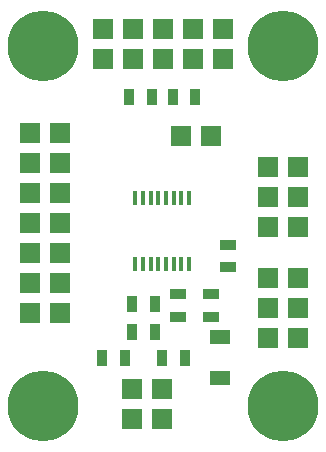
<source format=gbr>
G04 #@! TF.FileFunction,Soldermask,Bot*
%FSLAX46Y46*%
G04 Gerber Fmt 4.6, Leading zero omitted, Abs format (unit mm)*
G04 Created by KiCad (PCBNEW 0.201503110816+5502~22~ubuntu14.04.1-product) date St 11. březen 2015, 22:13:48 CET*
%MOMM*%
G01*
G04 APERTURE LIST*
%ADD10C,0.100000*%
%ADD11R,1.651000X1.651000*%
%ADD12R,0.889000X1.397000*%
%ADD13R,1.397000X0.889000*%
%ADD14R,0.381000X1.270000*%
%ADD15C,6.000000*%
%ADD16R,1.699260X1.300480*%
G04 APERTURE END LIST*
D10*
D11*
X26670000Y20193000D03*
X26670000Y22733000D03*
X26670000Y25273000D03*
X24130000Y25273000D03*
X24130000Y22733000D03*
X24130000Y20193000D03*
D12*
X17970500Y31242000D03*
X16065500Y31242000D03*
D13*
X16510000Y14541500D03*
X16510000Y12636500D03*
X19304000Y14541500D03*
X19304000Y12636500D03*
D12*
X12382500Y31242000D03*
X14287500Y31242000D03*
X12636500Y11303000D03*
X14541500Y11303000D03*
D13*
X20701000Y16827500D03*
X20701000Y18732500D03*
D12*
X14541500Y13716000D03*
X12636500Y13716000D03*
D14*
X12875260Y22712680D03*
X13525500Y22712680D03*
X14175740Y22712680D03*
X14825980Y22712680D03*
X15476220Y22712680D03*
X16126460Y22712680D03*
X16776700Y22712680D03*
X17426940Y22712680D03*
X17426940Y17114520D03*
X16776700Y17114520D03*
X16126460Y17114520D03*
X15476220Y17114520D03*
X14825980Y17114520D03*
X14175740Y17114520D03*
X13525500Y17114520D03*
X12875260Y17114520D03*
D11*
X26670000Y10795000D03*
X26670000Y13335000D03*
X26670000Y15875000D03*
X24130000Y15875000D03*
X24130000Y13335000D03*
X24130000Y10795000D03*
X6477000Y28194000D03*
X3937000Y12954000D03*
X6477000Y25654000D03*
X3937000Y18034000D03*
X3937000Y25654000D03*
X6477000Y23114000D03*
X6477000Y18034000D03*
X3937000Y20574000D03*
X6477000Y12954000D03*
X6477000Y15494000D03*
X6477000Y20574000D03*
X3937000Y23114000D03*
X3937000Y15494000D03*
X3937000Y28194000D03*
X17780000Y34417000D03*
X10160000Y36957000D03*
X15240000Y36957000D03*
X10160000Y34417000D03*
X20320000Y36957000D03*
X17780000Y36957000D03*
X12700000Y36957000D03*
X20320000Y34417000D03*
X12700000Y34417000D03*
X15240000Y34417000D03*
D15*
X25400000Y5080000D03*
X5080000Y35560000D03*
X5080000Y5080000D03*
X25400000Y35560000D03*
D11*
X16764000Y27940000D03*
X19304000Y27940000D03*
X12573000Y6477000D03*
X12573000Y3937000D03*
X15113000Y3937000D03*
X15113000Y6477000D03*
D12*
X12001500Y9144000D03*
X10096500Y9144000D03*
X15176500Y9144000D03*
X17081500Y9144000D03*
D16*
X20066000Y7393940D03*
X20066000Y10894060D03*
M02*

</source>
